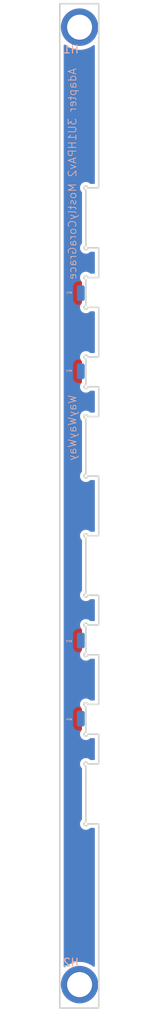
<source format=kicad_pcb>
(kicad_pcb (version 20241229) (generator "pcbnew") (generator_version "9.0")
  (layers (0 "F.Cu" signal) (2 "B.Cu" signal) (13 "F.Paste" user) (15 "B.Paste" user) (5 "F.SilkS" user "F.Silkscreen") (7 "B.SilkS" user "B.Silkscreen") (1 "F.Mask" user) (3 "B.Mask" user) (25 "Edge.Cuts" user))
  (net 0 "")
  (footprint "EXC:MountingHole_3.2mm_M3" (layer "F.Cu") (at 7.34 127.925)
    (property "Reference" "H2" (at 0 -2.84 0) (layer "B.SilkS") (effects (justify left mirror)))
    (property "Value" "Eurorack_M3_MountingHole")
    (pad "" thru_hole circle (at 0 0) (size 4.8 4.8) (drill 3.2) (layers "*.Cu" "*.Mask"))
  )
  (footprint "EXC:MountingHole_3.2mm_M3" (layer "F.Cu") (at 7.34 5.425)
    (property "Reference" "H1" (at 0 2.84 0) (layer "B.SilkS") (effects (justify left mirror)))
    (property "Value" "Eurorack_M3_MountingHole")
    (pad "" thru_hole circle (at 0 0) (size 4.8 4.8) (drill 3.2) (layers "*.Cu" "*.Mask"))
  )
  (footprint "EXC:SolderWirePad_1x01_SMD_1x2mm" (layer "B.Cu") (at 7.5 93.9 180)
    (property "Reference" "MP4" (at 1.5 -0.1 0) (layer "B.SilkS") (effects (font (size 0.25 0.25) (thickness 0.05) (bold yes)) (justify mirror)))
    (property "Value" "Mechanical_Pad_Solder_Linkage")
    (pad "1" smd roundrect (at 0 0 180) (size 1 2) (layers "B.Cu" "B.Mask" "B.Paste"))
  )
  (footprint "EXC:SolderWirePad_1x01_SMD_1x2mm" (layer "B.Cu") (at 7.5 49.45 180)
    (property "Reference" "MP2" (at 1.5 0.05 0) (layer "B.SilkS") (effects (font (size 0.25 0.25) (thickness 0.05) (bold yes)) (justify mirror)))
    (property "Value" "Mechanical_Pad_Solder_Linkage")
    (pad "1" smd roundrect (at 0 0 180) (size 1 2) (layers "B.Cu" "B.Mask" "B.Paste"))
  )
  (footprint "EXC:SolderWirePad_1x01_SMD_1x2mm" (layer "B.Cu") (at 7.5 83.9 180)
    (property "Reference" "MP3" (at 1.5 -0.1 0) (layer "B.SilkS") (effects (font (size 0.25 0.25) (thickness 0.05) (bold yes)) (justify mirror)))
    (property "Value" "Mechanical_Pad_Solder_Linkage")
    (pad "1" smd roundrect (at 0 0 180) (size 1 2) (layers "B.Cu" "B.Mask" "B.Paste"))
  )
  (footprint "EXC:SolderWirePad_1x01_SMD_1x2mm" (layer "B.Cu") (at 7.5 39.45 180)
    (property "Reference" "MP1" (at 1.5 0.05 0) (layer "B.SilkS") (effects (font (size 0.25 0.25) (thickness 0.05) (bold yes)) (justify mirror)))
    (property "Value" "Mechanical_Pad_Solder_Linkage")
    (pad "1" smd roundrect (at 0 0 180) (size 1 2) (layers "B.Cu" "B.Mask" "B.Paste"))
  )
  (gr_line (start 8.15 37.715) (end 8.15 41.025) (stroke (width 0.2)) (layer "Edge.Cuts"))
  (gr_arc (start 8.15 37.715) (mid 7.973223 37.288223) (end 8.4 37.465) (stroke (width 0.2)) (layer "Edge.Cuts"))
  (gr_line (start 9.8 33.655) (end 9.8 37.465) (stroke (width 0.2)) (layer "Edge.Cuts"))
  (gr_arc (start 8.4 107.365) (mid 7.973223 107.541777) (end 8.15 107.115) (stroke (width 0.2)) (layer "Edge.Cuts"))
  (gr_line (start 9.8 41.275) (end 9.8 47.625) (stroke (width 0.2)) (layer "Edge.Cuts"))
  (gr_line (start 9.8 85.725) (end 9.8 92.075) (stroke (width 0.2)) (layer "Edge.Cuts"))
  (gr_line (start 8.15 26.235) (end 8.15 33.405) (stroke (width 0.2)) (layer "Edge.Cuts"))
  (gr_line (start 9.8 95.8851) (end 9.8 99.6951) (stroke (width 0.2)) (layer "Edge.Cuts"))
  (gr_line (start 8.4 81.915) (end 9.8 81.915) (stroke (width 0.2)) (layer "Edge.Cuts"))
  (gr_arc (start 8.4 51.435) (mid 7.973223 51.611777) (end 8.15 51.185) (stroke (width 0.2)) (layer "Edge.Cuts"))
  (gr_line (start 8.15 92.325) (end 8.15 95.6351) (stroke (width 0.2)) (layer "Edge.Cuts"))
  (gr_line (start 8.4 99.6951) (end 9.8 99.6951) (stroke (width 0.2)) (layer "Edge.Cuts"))
  (gr_line (start 8.4 70.485) (end 9.8 70.485) (stroke (width 0.2)) (layer "Edge.Cuts"))
  (gr_line (start 8.15 99.9451) (end 8.15 107.115) (stroke (width 0.2)) (layer "Edge.Cuts"))
  (gr_line (start 8.4 62.865) (end 9.8 62.865) (stroke (width 0.2)) (layer "Edge.Cuts"))
  (gr_arc (start 8.15 26.235) (mid 7.973223 25.808223) (end 8.4 25.985) (stroke (width 0.2)) (layer "Edge.Cuts"))
  (gr_arc (start 8.15 55.495) (mid 7.973223 55.068223) (end 8.4 55.245) (stroke (width 0.2)) (layer "Edge.Cuts"))
  (gr_line (start 9.8 62.865) (end 9.8 70.485) (stroke (width 0.2)) (layer "Edge.Cuts"))
  (gr_line (start 8.4 37.465) (end 9.8 37.465) (stroke (width 0.2)) (layer "Edge.Cuts"))
  (gr_line (start 8.15 82.165) (end 8.15 85.475) (stroke (width 0.2)) (layer "Edge.Cuts"))
  (gr_line (start 9.8 78.105) (end 9.8 81.915) (stroke (width 0.2)) (layer "Edge.Cuts"))
  (gr_arc (start 8.15 99.9451) (mid 7.973223 99.518323) (end 8.4 99.6951) (stroke (width 0.2)) (layer "Edge.Cuts"))
  (gr_line (start 8.4 33.655) (end 9.8 33.655) (stroke (width 0.2)) (layer "Edge.Cuts"))
  (gr_line (start 8.4 92.075) (end 9.8 92.075) (stroke (width 0.2)) (layer "Edge.Cuts"))
  (gr_arc (start 8.4 78.105) (mid 7.973223 78.281777) (end 8.15 77.855) (stroke (width 0.2)) (layer "Edge.Cuts"))
  (gr_arc (start 8.4 41.275) (mid 7.973223 41.451777) (end 8.15 41.025) (stroke (width 0.2)) (layer "Edge.Cuts"))
  (gr_line (start 8.4 51.435) (end 9.8 51.435) (stroke (width 0.2)) (layer "Edge.Cuts"))
  (gr_line (start 4.8 2.425) (end 9.8 2.425) (stroke (width 0.2)) (layer "Edge.Cuts"))
  (gr_line (start 8.4 107.365) (end 9.8 107.365) (stroke (width 0.2)) (layer "Edge.Cuts"))
  (gr_line (start 8.15 47.875) (end 8.15 51.185) (stroke (width 0.2)) (layer "Edge.Cuts"))
  (gr_line (start 8.4 55.245) (end 9.8 55.245) (stroke (width 0.2)) (layer "Edge.Cuts"))
  (gr_line (start 4.8 130.925) (end 9.8 130.925) (stroke (width 0.2)) (layer "Edge.Cuts"))
  (gr_arc (start 8.15 70.735) (mid 7.973223 70.308223) (end 8.4 70.485) (stroke (width 0.2)) (layer "Edge.Cuts"))
  (gr_line (start 9.8 107.365) (end 9.8 130.925) (stroke (width 0.2)) (layer "Edge.Cuts"))
  (gr_line (start 8.4 78.105) (end 9.8 78.105) (stroke (width 0.2)) (layer "Edge.Cuts"))
  (gr_line (start 8.4 85.725) (end 9.8 85.725) (stroke (width 0.2)) (layer "Edge.Cuts"))
  (gr_arc (start 8.15 92.325) (mid 7.973223 91.898223) (end 8.4 92.075) (stroke (width 0.2)) (layer "Edge.Cuts"))
  (gr_arc (start 8.4 62.865) (mid 7.973223 63.041777) (end 8.15 62.615) (stroke (width 0.2)) (layer "Edge.Cuts"))
  (gr_line (start 8.4 47.625) (end 9.8 47.625) (stroke (width 0.2)) (layer "Edge.Cuts"))
  (gr_line (start 9.8 2.425) (end 9.8 25.985) (stroke (width 0.2)) (layer "Edge.Cuts"))
  (gr_arc (start 8.4 33.655) (mid 7.973223 33.831777) (end 8.15 33.405) (stroke (width 0.2)) (layer "Edge.Cuts"))
  (gr_line (start 8.15 55.495) (end 8.15 62.615) (stroke (width 0.2)) (layer "Edge.Cuts"))
  (gr_arc (start 8.15 82.165) (mid 7.973223 81.738223) (end 8.4 81.915) (stroke (width 0.2)) (layer "Edge.Cuts"))
  (gr_arc (start 8.4 85.725) (mid 7.973223 85.901777) (end 8.15 85.475) (stroke (width 0.2)) (layer "Edge.Cuts"))
  (gr_line (start 8.4 95.8851) (end 9.8 95.8851) (stroke (width 0.2)) (layer "Edge.Cuts"))
  (gr_line (start 8.15 70.735) (end 8.15 77.855) (stroke (width 0.2)) (layer "Edge.Cuts"))
  (gr_arc (start 8.4 95.8851) (mid 7.973223 96.061877) (end 8.15 95.6351) (stroke (width 0.2)) (layer "Edge.Cuts"))
  (gr_line (start 8.4 41.275) (end 9.8 41.275) (stroke (width 0.2)) (layer "Edge.Cuts"))
  (gr_line (start 8.4 25.985) (end 9.8 25.985) (stroke (width 0.2)) (layer "Edge.Cuts"))
  (gr_line (start 4.8 2.425) (end 4.8 130.925) (stroke (width 0.2)) (layer "Edge.Cuts"))
  (gr_arc (start 8.15 47.875) (mid 7.973223 47.448223) (end 8.4 47.625) (stroke (width 0.2)) (layer "Edge.Cuts"))
  (gr_line (start 9.8 51.435) (end 9.8 55.245) (stroke (width 0.2)) (layer "Edge.Cuts"))
  (gr_text "WayWayWay" (at 7 52.4 90) (layer "B.SilkS") (effects (font (size 1 1) (thickness 0.1)) (justify left bottom mirror)))
  (gr_text "Adapter 3U1HPAv2 MostlyCoraGrace" (at 7 10.6 90) (layer "B.SilkS") (effects (font (size 1 1) (thickness 0.1)) (justify left bottom mirror)))
  (zone (net 0) (net_name "") (layers "F.Cu" "B.Cu") (connect_pads (clearance 0.5)) (min_thickness 0.25) (fill yes (thermal_gap 0.5) (thermal_bridge_width 0.5) (island_removal_mode 1) (island_area_min 10))
    (polygon (pts (xy 4.8 2.425) (xy 9.8 2.425) (xy 9.8 25.985) (xy 8.15 25.985) (xy 8.15 33.655) (xy 9.8 33.655) (xy 9.8 37.465) (xy 8.15 37.465) (xy 8.15 41.275) (xy 9.8 41.275) (xy 9.8 47.625) (xy 8.15 47.625) (xy 8.15 51.435) (xy 9.8 51.435) (xy 9.8 55.245) (xy 8.15 55.245) (xy 8.15 62.865) (xy 9.8 62.865) (xy 9.8 70.485) (xy 8.15 70.485) (xy 8.15 78.105) (xy 9.8 78.105) (xy 9.8 81.915) (xy 8.15 81.915) (xy 8.15 85.725) (xy 9.8 85.725) (xy 9.8 92.075) (xy 8.15 92.075) (xy 8.15 95.8851) (xy 9.8 95.8851) (xy 9.8 99.6951) (xy 8.15 99.6951) (xy 8.15 107.365) (xy 9.8 107.365) (xy 9.8 130.925) (xy 4.8 130.925)))
  )
)
</source>
